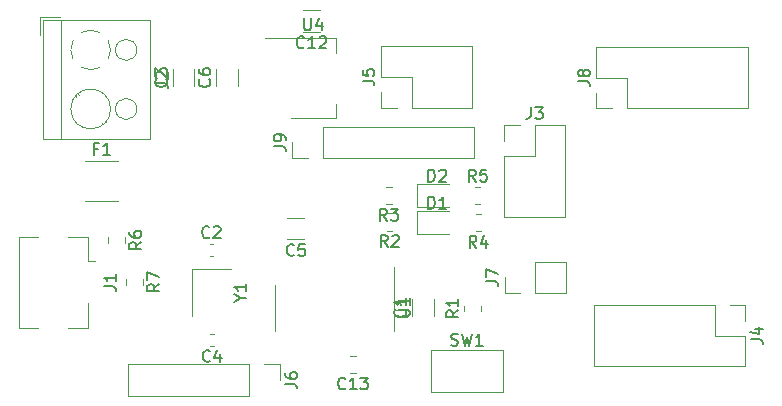
<source format=gbr>
%TF.GenerationSoftware,KiCad,Pcbnew,(5.1.7)-1*%
%TF.CreationDate,2020-11-23T17:16:41+01:00*%
%TF.ProjectId,control,636f6e74-726f-46c2-9e6b-696361645f70,rev?*%
%TF.SameCoordinates,Original*%
%TF.FileFunction,Legend,Top*%
%TF.FilePolarity,Positive*%
%FSLAX46Y46*%
G04 Gerber Fmt 4.6, Leading zero omitted, Abs format (unit mm)*
G04 Created by KiCad (PCBNEW (5.1.7)-1) date 2020-11-23 17:16:41*
%MOMM*%
%LPD*%
G01*
G04 APERTURE LIST*
%ADD10C,0.120000*%
%ADD11C,0.150000*%
G04 APERTURE END LIST*
D10*
%TO.C,U1*%
X126588200Y-93192600D02*
X126588200Y-95142600D01*
X126588200Y-93192600D02*
X126588200Y-91242600D01*
X136708200Y-93192600D02*
X136708200Y-95142600D01*
X136708200Y-93192600D02*
X136708200Y-89742600D01*
%TO.C,C1*%
X140025800Y-93903852D02*
X140025800Y-92481348D01*
X138205800Y-93903852D02*
X138205800Y-92481348D01*
%TO.C,C3*%
X117962000Y-74422052D02*
X117962000Y-72999548D01*
X119782000Y-74422052D02*
X119782000Y-72999548D01*
%TO.C,C5*%
X129082852Y-87422400D02*
X127660348Y-87422400D01*
X129082852Y-85602400D02*
X127660348Y-85602400D01*
%TO.C,C6*%
X123439600Y-74422052D02*
X123439600Y-72999548D01*
X121619600Y-74422052D02*
X121619600Y-72999548D01*
%TO.C,D1*%
X138624600Y-86964400D02*
X141309600Y-86964400D01*
X138624600Y-85044400D02*
X138624600Y-86964400D01*
X141309600Y-85044400D02*
X138624600Y-85044400D01*
%TO.C,D2*%
X141309600Y-82758400D02*
X138624600Y-82758400D01*
X138624600Y-82758400D02*
X138624600Y-84678400D01*
X138624600Y-84678400D02*
X141309600Y-84678400D01*
%TO.C,F1*%
X110526148Y-84158400D02*
X113298652Y-84158400D01*
X110526148Y-80738400D02*
X113298652Y-80738400D01*
%TO.C,J1*%
X110778400Y-89233600D02*
X111368400Y-89233600D01*
X104958400Y-94893600D02*
X106568400Y-94893600D01*
X104958400Y-87173600D02*
X104958400Y-94893600D01*
X109068400Y-87173600D02*
X110778400Y-87173600D01*
X110778400Y-87173600D02*
X110778400Y-89233600D01*
X109068400Y-94893600D02*
X110778400Y-94893600D01*
X110778400Y-94893600D02*
X110778400Y-92833600D01*
X104958400Y-87173600D02*
X106568400Y-87173600D01*
%TO.C,J2*%
X106698000Y-68574000D02*
X106698000Y-70074000D01*
X108438000Y-68574000D02*
X106698000Y-68574000D01*
X110022000Y-75194000D02*
X109929000Y-75100000D01*
X112273000Y-77444000D02*
X112214000Y-77385000D01*
X109782000Y-75364000D02*
X109724000Y-75305000D01*
X112067000Y-77649000D02*
X111974000Y-77555000D01*
X116058000Y-78934000D02*
X106938000Y-78934000D01*
X116058000Y-68814000D02*
X106938000Y-68814000D01*
X106938000Y-68814000D02*
X106938000Y-78934000D01*
X116058000Y-68814000D02*
X116058000Y-78934000D01*
X108498000Y-68814000D02*
X108498000Y-78934000D01*
X114898000Y-76374000D02*
G75*
G03*
X114898000Y-76374000I-900000J0D01*
G01*
X112678000Y-76374000D02*
G75*
G03*
X112678000Y-76374000I-1680000J0D01*
G01*
X114898000Y-71374000D02*
G75*
G03*
X114898000Y-71374000I-900000J0D01*
G01*
X109514648Y-72162712D02*
G75*
G02*
X109318000Y-71374000I1483352J788712D01*
G01*
X111787088Y-72857953D02*
G75*
G02*
X110209000Y-72858000I-789088J1483953D01*
G01*
X112481953Y-70584912D02*
G75*
G02*
X112482000Y-72163000I-1483953J-789088D01*
G01*
X110208912Y-69890047D02*
G75*
G02*
X111787000Y-69890000I789088J-1483953D01*
G01*
X109317550Y-71403383D02*
G75*
G02*
X109514000Y-70585000I1680450J29383D01*
G01*
%TO.C,J3*%
X145990000Y-77765600D02*
X147320000Y-77765600D01*
X145990000Y-79095600D02*
X145990000Y-77765600D01*
X148590000Y-77765600D02*
X151190000Y-77765600D01*
X148590000Y-80365600D02*
X148590000Y-77765600D01*
X145990000Y-80365600D02*
X148590000Y-80365600D01*
X151190000Y-77765600D02*
X151190000Y-85505600D01*
X145990000Y-80365600D02*
X145990000Y-85505600D01*
X145990000Y-85505600D02*
X151190000Y-85505600D01*
%TO.C,J4*%
X166430000Y-92954800D02*
X166430000Y-94284800D01*
X165100000Y-92954800D02*
X166430000Y-92954800D01*
X166430000Y-95554800D02*
X166430000Y-98154800D01*
X163830000Y-95554800D02*
X166430000Y-95554800D01*
X163830000Y-92954800D02*
X163830000Y-95554800D01*
X166430000Y-98154800D02*
X153610000Y-98154800D01*
X163830000Y-92954800D02*
X153610000Y-92954800D01*
X153610000Y-92954800D02*
X153610000Y-98154800D01*
%TO.C,J7*%
X146040800Y-91957200D02*
X146040800Y-90627200D01*
X147370800Y-91957200D02*
X146040800Y-91957200D01*
X148640800Y-91957200D02*
X148640800Y-89297200D01*
X148640800Y-89297200D02*
X151240800Y-89297200D01*
X148640800Y-91957200D02*
X151240800Y-91957200D01*
X151240800Y-91957200D02*
X151240800Y-89297200D01*
%TO.C,J8*%
X153813200Y-76310800D02*
X153813200Y-74980800D01*
X155143200Y-76310800D02*
X153813200Y-76310800D01*
X153813200Y-73710800D02*
X153813200Y-71110800D01*
X156413200Y-73710800D02*
X153813200Y-73710800D01*
X156413200Y-76310800D02*
X156413200Y-73710800D01*
X153813200Y-71110800D02*
X166633200Y-71110800D01*
X156413200Y-76310800D02*
X166633200Y-76310800D01*
X166633200Y-76310800D02*
X166633200Y-71110800D01*
%TO.C,R1*%
X144041800Y-93495864D02*
X144041800Y-93041736D01*
X142571800Y-93495864D02*
X142571800Y-93041736D01*
%TO.C,R2*%
X136523464Y-86688600D02*
X136069336Y-86688600D01*
X136523464Y-85218600D02*
X136069336Y-85218600D01*
%TO.C,R3*%
X136472664Y-82983400D02*
X136018536Y-82983400D01*
X136472664Y-84453400D02*
X136018536Y-84453400D01*
%TO.C,R4*%
X144041864Y-85269400D02*
X143587736Y-85269400D01*
X144041864Y-86739400D02*
X143587736Y-86739400D01*
%TO.C,R5*%
X143536936Y-82983400D02*
X143991064Y-82983400D01*
X143536936Y-84453400D02*
X143991064Y-84453400D01*
%TO.C,C12*%
X130403652Y-69845600D02*
X128981148Y-69845600D01*
X130403652Y-68025600D02*
X128981148Y-68025600D01*
%TO.C,U4*%
X131754800Y-77171600D02*
X131754800Y-75911600D01*
X131754800Y-70351600D02*
X131754800Y-71611600D01*
X127994800Y-77171600D02*
X131754800Y-77171600D01*
X125744800Y-70351600D02*
X131754800Y-70351600D01*
%TO.C,Y1*%
X119609600Y-89897200D02*
X119609600Y-93897200D01*
X122909600Y-89897200D02*
X119609600Y-89897200D01*
%TO.C,C2*%
X121068220Y-88800400D02*
X121349380Y-88800400D01*
X121068220Y-87780400D02*
X121349380Y-87780400D01*
%TO.C,C4*%
X121400180Y-96420400D02*
X121119020Y-96420400D01*
X121400180Y-95400400D02*
X121119020Y-95400400D01*
%TO.C,J5*%
X135576000Y-76260000D02*
X135576000Y-74930000D01*
X136906000Y-76260000D02*
X135576000Y-76260000D01*
X135576000Y-73660000D02*
X135576000Y-71060000D01*
X138176000Y-73660000D02*
X135576000Y-73660000D01*
X138176000Y-76260000D02*
X138176000Y-73660000D01*
X135576000Y-71060000D02*
X143316000Y-71060000D01*
X138176000Y-76260000D02*
X143316000Y-76260000D01*
X143316000Y-76260000D02*
X143316000Y-71060000D01*
%TO.C,J6*%
X127009200Y-97984000D02*
X127009200Y-99314000D01*
X125679200Y-97984000D02*
X127009200Y-97984000D01*
X124409200Y-97984000D02*
X124409200Y-100644000D01*
X124409200Y-100644000D02*
X114189200Y-100644000D01*
X124409200Y-97984000D02*
X114189200Y-97984000D01*
X114189200Y-97984000D02*
X114189200Y-100644000D01*
%TO.C,J9*%
X128057600Y-80527200D02*
X128057600Y-79197200D01*
X129387600Y-80527200D02*
X128057600Y-80527200D01*
X130657600Y-80527200D02*
X130657600Y-77867200D01*
X130657600Y-77867200D02*
X143417600Y-77867200D01*
X130657600Y-80527200D02*
X143417600Y-80527200D01*
X143417600Y-80527200D02*
X143417600Y-77867200D01*
%TO.C,R6*%
X113917400Y-87250536D02*
X113917400Y-87704664D01*
X112447400Y-87250536D02*
X112447400Y-87704664D01*
%TO.C,R7*%
X113971400Y-90806536D02*
X113971400Y-91260664D01*
X115441400Y-90806536D02*
X115441400Y-91260664D01*
%TO.C,C13*%
X133458852Y-97258200D02*
X132936348Y-97258200D01*
X133458852Y-98728200D02*
X132936348Y-98728200D01*
%TO.C,SW1*%
X139789600Y-96742000D02*
X145909600Y-96742000D01*
X145909600Y-96742000D02*
X145909600Y-100362000D01*
X145909600Y-100362000D02*
X139789600Y-100362000D01*
X139789600Y-100362000D02*
X139789600Y-96742000D01*
%TO.C,U1*%
D11*
X137000580Y-93954504D02*
X137810104Y-93954504D01*
X137905342Y-93906885D01*
X137952961Y-93859266D01*
X138000580Y-93764028D01*
X138000580Y-93573552D01*
X137952961Y-93478314D01*
X137905342Y-93430695D01*
X137810104Y-93383076D01*
X137000580Y-93383076D01*
X138000580Y-92383076D02*
X138000580Y-92954504D01*
X138000580Y-92668790D02*
X137000580Y-92668790D01*
X137143438Y-92764028D01*
X137238676Y-92859266D01*
X137286295Y-92954504D01*
%TO.C,C1*%
X137622942Y-93359266D02*
X137670561Y-93406885D01*
X137718180Y-93549742D01*
X137718180Y-93644980D01*
X137670561Y-93787838D01*
X137575323Y-93883076D01*
X137480085Y-93930695D01*
X137289609Y-93978314D01*
X137146752Y-93978314D01*
X136956276Y-93930695D01*
X136861038Y-93883076D01*
X136765800Y-93787838D01*
X136718180Y-93644980D01*
X136718180Y-93549742D01*
X136765800Y-93406885D01*
X136813419Y-93359266D01*
X137718180Y-92406885D02*
X137718180Y-92978314D01*
X137718180Y-92692600D02*
X136718180Y-92692600D01*
X136861038Y-92787838D01*
X136956276Y-92883076D01*
X137003895Y-92978314D01*
%TO.C,C3*%
X117379142Y-73877466D02*
X117426761Y-73925085D01*
X117474380Y-74067942D01*
X117474380Y-74163180D01*
X117426761Y-74306038D01*
X117331523Y-74401276D01*
X117236285Y-74448895D01*
X117045809Y-74496514D01*
X116902952Y-74496514D01*
X116712476Y-74448895D01*
X116617238Y-74401276D01*
X116522000Y-74306038D01*
X116474380Y-74163180D01*
X116474380Y-74067942D01*
X116522000Y-73925085D01*
X116569619Y-73877466D01*
X116474380Y-73544133D02*
X116474380Y-72925085D01*
X116855333Y-73258419D01*
X116855333Y-73115561D01*
X116902952Y-73020323D01*
X116950571Y-72972704D01*
X117045809Y-72925085D01*
X117283904Y-72925085D01*
X117379142Y-72972704D01*
X117426761Y-73020323D01*
X117474380Y-73115561D01*
X117474380Y-73401276D01*
X117426761Y-73496514D01*
X117379142Y-73544133D01*
%TO.C,C5*%
X128204933Y-88719542D02*
X128157314Y-88767161D01*
X128014457Y-88814780D01*
X127919219Y-88814780D01*
X127776361Y-88767161D01*
X127681123Y-88671923D01*
X127633504Y-88576685D01*
X127585885Y-88386209D01*
X127585885Y-88243352D01*
X127633504Y-88052876D01*
X127681123Y-87957638D01*
X127776361Y-87862400D01*
X127919219Y-87814780D01*
X128014457Y-87814780D01*
X128157314Y-87862400D01*
X128204933Y-87910019D01*
X129109695Y-87814780D02*
X128633504Y-87814780D01*
X128585885Y-88290971D01*
X128633504Y-88243352D01*
X128728742Y-88195733D01*
X128966838Y-88195733D01*
X129062076Y-88243352D01*
X129109695Y-88290971D01*
X129157314Y-88386209D01*
X129157314Y-88624304D01*
X129109695Y-88719542D01*
X129062076Y-88767161D01*
X128966838Y-88814780D01*
X128728742Y-88814780D01*
X128633504Y-88767161D01*
X128585885Y-88719542D01*
%TO.C,C6*%
X121036742Y-73877466D02*
X121084361Y-73925085D01*
X121131980Y-74067942D01*
X121131980Y-74163180D01*
X121084361Y-74306038D01*
X120989123Y-74401276D01*
X120893885Y-74448895D01*
X120703409Y-74496514D01*
X120560552Y-74496514D01*
X120370076Y-74448895D01*
X120274838Y-74401276D01*
X120179600Y-74306038D01*
X120131980Y-74163180D01*
X120131980Y-74067942D01*
X120179600Y-73925085D01*
X120227219Y-73877466D01*
X120131980Y-73020323D02*
X120131980Y-73210800D01*
X120179600Y-73306038D01*
X120227219Y-73353657D01*
X120370076Y-73448895D01*
X120560552Y-73496514D01*
X120941504Y-73496514D01*
X121036742Y-73448895D01*
X121084361Y-73401276D01*
X121131980Y-73306038D01*
X121131980Y-73115561D01*
X121084361Y-73020323D01*
X121036742Y-72972704D01*
X120941504Y-72925085D01*
X120703409Y-72925085D01*
X120608171Y-72972704D01*
X120560552Y-73020323D01*
X120512933Y-73115561D01*
X120512933Y-73306038D01*
X120560552Y-73401276D01*
X120608171Y-73448895D01*
X120703409Y-73496514D01*
%TO.C,D1*%
X139571504Y-84806780D02*
X139571504Y-83806780D01*
X139809600Y-83806780D01*
X139952457Y-83854400D01*
X140047695Y-83949638D01*
X140095314Y-84044876D01*
X140142933Y-84235352D01*
X140142933Y-84378209D01*
X140095314Y-84568685D01*
X140047695Y-84663923D01*
X139952457Y-84759161D01*
X139809600Y-84806780D01*
X139571504Y-84806780D01*
X141095314Y-84806780D02*
X140523885Y-84806780D01*
X140809600Y-84806780D02*
X140809600Y-83806780D01*
X140714361Y-83949638D01*
X140619123Y-84044876D01*
X140523885Y-84092495D01*
%TO.C,D2*%
X139571504Y-82520780D02*
X139571504Y-81520780D01*
X139809600Y-81520780D01*
X139952457Y-81568400D01*
X140047695Y-81663638D01*
X140095314Y-81758876D01*
X140142933Y-81949352D01*
X140142933Y-82092209D01*
X140095314Y-82282685D01*
X140047695Y-82377923D01*
X139952457Y-82473161D01*
X139809600Y-82520780D01*
X139571504Y-82520780D01*
X140523885Y-81616019D02*
X140571504Y-81568400D01*
X140666742Y-81520780D01*
X140904838Y-81520780D01*
X141000076Y-81568400D01*
X141047695Y-81616019D01*
X141095314Y-81711257D01*
X141095314Y-81806495D01*
X141047695Y-81949352D01*
X140476266Y-82520780D01*
X141095314Y-82520780D01*
%TO.C,F1*%
X111579066Y-79726971D02*
X111245733Y-79726971D01*
X111245733Y-80250780D02*
X111245733Y-79250780D01*
X111721923Y-79250780D01*
X112626685Y-80250780D02*
X112055257Y-80250780D01*
X112340971Y-80250780D02*
X112340971Y-79250780D01*
X112245733Y-79393638D01*
X112150495Y-79488876D01*
X112055257Y-79536495D01*
%TO.C,J1*%
X112120780Y-91366933D02*
X112835066Y-91366933D01*
X112977923Y-91414552D01*
X113073161Y-91509790D01*
X113120780Y-91652647D01*
X113120780Y-91747885D01*
X113120780Y-90366933D02*
X113120780Y-90938361D01*
X113120780Y-90652647D02*
X112120780Y-90652647D01*
X112263638Y-90747885D01*
X112358876Y-90843123D01*
X112406495Y-90938361D01*
%TO.C,J2*%
X116510380Y-74207333D02*
X117224666Y-74207333D01*
X117367523Y-74254952D01*
X117462761Y-74350190D01*
X117510380Y-74493047D01*
X117510380Y-74588285D01*
X116605619Y-73778761D02*
X116558000Y-73731142D01*
X116510380Y-73635904D01*
X116510380Y-73397809D01*
X116558000Y-73302571D01*
X116605619Y-73254952D01*
X116700857Y-73207333D01*
X116796095Y-73207333D01*
X116938952Y-73254952D01*
X117510380Y-73826380D01*
X117510380Y-73207333D01*
%TO.C,J3*%
X148256666Y-76217980D02*
X148256666Y-76932266D01*
X148209047Y-77075123D01*
X148113809Y-77170361D01*
X147970952Y-77217980D01*
X147875714Y-77217980D01*
X148637619Y-76217980D02*
X149256666Y-76217980D01*
X148923333Y-76598933D01*
X149066190Y-76598933D01*
X149161428Y-76646552D01*
X149209047Y-76694171D01*
X149256666Y-76789409D01*
X149256666Y-77027504D01*
X149209047Y-77122742D01*
X149161428Y-77170361D01*
X149066190Y-77217980D01*
X148780476Y-77217980D01*
X148685238Y-77170361D01*
X148637619Y-77122742D01*
%TO.C,J4*%
X166882380Y-95888133D02*
X167596666Y-95888133D01*
X167739523Y-95935752D01*
X167834761Y-96030990D01*
X167882380Y-96173847D01*
X167882380Y-96269085D01*
X167215714Y-94983371D02*
X167882380Y-94983371D01*
X166834761Y-95221466D02*
X167549047Y-95459561D01*
X167549047Y-94840514D01*
%TO.C,J7*%
X144493180Y-90960533D02*
X145207466Y-90960533D01*
X145350323Y-91008152D01*
X145445561Y-91103390D01*
X145493180Y-91246247D01*
X145493180Y-91341485D01*
X144493180Y-90579580D02*
X144493180Y-89912914D01*
X145493180Y-90341485D01*
%TO.C,J8*%
X152265580Y-74044133D02*
X152979866Y-74044133D01*
X153122723Y-74091752D01*
X153217961Y-74186990D01*
X153265580Y-74329847D01*
X153265580Y-74425085D01*
X152694152Y-73425085D02*
X152646533Y-73520323D01*
X152598914Y-73567942D01*
X152503676Y-73615561D01*
X152456057Y-73615561D01*
X152360819Y-73567942D01*
X152313200Y-73520323D01*
X152265580Y-73425085D01*
X152265580Y-73234609D01*
X152313200Y-73139371D01*
X152360819Y-73091752D01*
X152456057Y-73044133D01*
X152503676Y-73044133D01*
X152598914Y-73091752D01*
X152646533Y-73139371D01*
X152694152Y-73234609D01*
X152694152Y-73425085D01*
X152741771Y-73520323D01*
X152789390Y-73567942D01*
X152884628Y-73615561D01*
X153075104Y-73615561D01*
X153170342Y-73567942D01*
X153217961Y-73520323D01*
X153265580Y-73425085D01*
X153265580Y-73234609D01*
X153217961Y-73139371D01*
X153170342Y-73091752D01*
X153075104Y-73044133D01*
X152884628Y-73044133D01*
X152789390Y-73091752D01*
X152741771Y-73139371D01*
X152694152Y-73234609D01*
%TO.C,R1*%
X142109180Y-93435466D02*
X141632990Y-93768800D01*
X142109180Y-94006895D02*
X141109180Y-94006895D01*
X141109180Y-93625942D01*
X141156800Y-93530704D01*
X141204419Y-93483085D01*
X141299657Y-93435466D01*
X141442514Y-93435466D01*
X141537752Y-93483085D01*
X141585371Y-93530704D01*
X141632990Y-93625942D01*
X141632990Y-94006895D01*
X142109180Y-92483085D02*
X142109180Y-93054514D01*
X142109180Y-92768800D02*
X141109180Y-92768800D01*
X141252038Y-92864038D01*
X141347276Y-92959276D01*
X141394895Y-93054514D01*
%TO.C,R2*%
X136129733Y-88055980D02*
X135796400Y-87579790D01*
X135558304Y-88055980D02*
X135558304Y-87055980D01*
X135939257Y-87055980D01*
X136034495Y-87103600D01*
X136082114Y-87151219D01*
X136129733Y-87246457D01*
X136129733Y-87389314D01*
X136082114Y-87484552D01*
X136034495Y-87532171D01*
X135939257Y-87579790D01*
X135558304Y-87579790D01*
X136510685Y-87151219D02*
X136558304Y-87103600D01*
X136653542Y-87055980D01*
X136891638Y-87055980D01*
X136986876Y-87103600D01*
X137034495Y-87151219D01*
X137082114Y-87246457D01*
X137082114Y-87341695D01*
X137034495Y-87484552D01*
X136463066Y-88055980D01*
X137082114Y-88055980D01*
%TO.C,R3*%
X136078933Y-85820780D02*
X135745600Y-85344590D01*
X135507504Y-85820780D02*
X135507504Y-84820780D01*
X135888457Y-84820780D01*
X135983695Y-84868400D01*
X136031314Y-84916019D01*
X136078933Y-85011257D01*
X136078933Y-85154114D01*
X136031314Y-85249352D01*
X135983695Y-85296971D01*
X135888457Y-85344590D01*
X135507504Y-85344590D01*
X136412266Y-84820780D02*
X137031314Y-84820780D01*
X136697980Y-85201733D01*
X136840838Y-85201733D01*
X136936076Y-85249352D01*
X136983695Y-85296971D01*
X137031314Y-85392209D01*
X137031314Y-85630304D01*
X136983695Y-85725542D01*
X136936076Y-85773161D01*
X136840838Y-85820780D01*
X136555123Y-85820780D01*
X136459885Y-85773161D01*
X136412266Y-85725542D01*
%TO.C,R4*%
X143648133Y-88106780D02*
X143314800Y-87630590D01*
X143076704Y-88106780D02*
X143076704Y-87106780D01*
X143457657Y-87106780D01*
X143552895Y-87154400D01*
X143600514Y-87202019D01*
X143648133Y-87297257D01*
X143648133Y-87440114D01*
X143600514Y-87535352D01*
X143552895Y-87582971D01*
X143457657Y-87630590D01*
X143076704Y-87630590D01*
X144505276Y-87440114D02*
X144505276Y-88106780D01*
X144267180Y-87059161D02*
X144029085Y-87773447D01*
X144648133Y-87773447D01*
%TO.C,R5*%
X143597333Y-82520780D02*
X143264000Y-82044590D01*
X143025904Y-82520780D02*
X143025904Y-81520780D01*
X143406857Y-81520780D01*
X143502095Y-81568400D01*
X143549714Y-81616019D01*
X143597333Y-81711257D01*
X143597333Y-81854114D01*
X143549714Y-81949352D01*
X143502095Y-81996971D01*
X143406857Y-82044590D01*
X143025904Y-82044590D01*
X144502095Y-81520780D02*
X144025904Y-81520780D01*
X143978285Y-81996971D01*
X144025904Y-81949352D01*
X144121142Y-81901733D01*
X144359238Y-81901733D01*
X144454476Y-81949352D01*
X144502095Y-81996971D01*
X144549714Y-82092209D01*
X144549714Y-82330304D01*
X144502095Y-82425542D01*
X144454476Y-82473161D01*
X144359238Y-82520780D01*
X144121142Y-82520780D01*
X144025904Y-82473161D01*
X143978285Y-82425542D01*
%TO.C,C12*%
X129049542Y-71142742D02*
X129001923Y-71190361D01*
X128859066Y-71237980D01*
X128763828Y-71237980D01*
X128620971Y-71190361D01*
X128525733Y-71095123D01*
X128478114Y-70999885D01*
X128430495Y-70809409D01*
X128430495Y-70666552D01*
X128478114Y-70476076D01*
X128525733Y-70380838D01*
X128620971Y-70285600D01*
X128763828Y-70237980D01*
X128859066Y-70237980D01*
X129001923Y-70285600D01*
X129049542Y-70333219D01*
X130001923Y-71237980D02*
X129430495Y-71237980D01*
X129716209Y-71237980D02*
X129716209Y-70237980D01*
X129620971Y-70380838D01*
X129525733Y-70476076D01*
X129430495Y-70523695D01*
X130382876Y-70333219D02*
X130430495Y-70285600D01*
X130525733Y-70237980D01*
X130763828Y-70237980D01*
X130859066Y-70285600D01*
X130906685Y-70333219D01*
X130954304Y-70428457D01*
X130954304Y-70523695D01*
X130906685Y-70666552D01*
X130335257Y-71237980D01*
X130954304Y-71237980D01*
%TO.C,U4*%
X129082895Y-68713980D02*
X129082895Y-69523504D01*
X129130514Y-69618742D01*
X129178133Y-69666361D01*
X129273371Y-69713980D01*
X129463847Y-69713980D01*
X129559085Y-69666361D01*
X129606704Y-69618742D01*
X129654323Y-69523504D01*
X129654323Y-68713980D01*
X130559085Y-69047314D02*
X130559085Y-69713980D01*
X130320990Y-68666361D02*
X130082895Y-69380647D01*
X130701942Y-69380647D01*
%TO.C,Y1*%
X123685790Y-92373390D02*
X124161980Y-92373390D01*
X123161980Y-92706723D02*
X123685790Y-92373390D01*
X123161980Y-92040057D01*
X124161980Y-91182914D02*
X124161980Y-91754342D01*
X124161980Y-91468628D02*
X123161980Y-91468628D01*
X123304838Y-91563866D01*
X123400076Y-91659104D01*
X123447695Y-91754342D01*
%TO.C,C2*%
X121042133Y-87217542D02*
X120994514Y-87265161D01*
X120851657Y-87312780D01*
X120756419Y-87312780D01*
X120613561Y-87265161D01*
X120518323Y-87169923D01*
X120470704Y-87074685D01*
X120423085Y-86884209D01*
X120423085Y-86741352D01*
X120470704Y-86550876D01*
X120518323Y-86455638D01*
X120613561Y-86360400D01*
X120756419Y-86312780D01*
X120851657Y-86312780D01*
X120994514Y-86360400D01*
X121042133Y-86408019D01*
X121423085Y-86408019D02*
X121470704Y-86360400D01*
X121565942Y-86312780D01*
X121804038Y-86312780D01*
X121899276Y-86360400D01*
X121946895Y-86408019D01*
X121994514Y-86503257D01*
X121994514Y-86598495D01*
X121946895Y-86741352D01*
X121375466Y-87312780D01*
X121994514Y-87312780D01*
%TO.C,C4*%
X121092933Y-97697542D02*
X121045314Y-97745161D01*
X120902457Y-97792780D01*
X120807219Y-97792780D01*
X120664361Y-97745161D01*
X120569123Y-97649923D01*
X120521504Y-97554685D01*
X120473885Y-97364209D01*
X120473885Y-97221352D01*
X120521504Y-97030876D01*
X120569123Y-96935638D01*
X120664361Y-96840400D01*
X120807219Y-96792780D01*
X120902457Y-96792780D01*
X121045314Y-96840400D01*
X121092933Y-96888019D01*
X121950076Y-97126114D02*
X121950076Y-97792780D01*
X121711980Y-96745161D02*
X121473885Y-97459447D01*
X122092933Y-97459447D01*
%TO.C,J5*%
X134028380Y-73993333D02*
X134742666Y-73993333D01*
X134885523Y-74040952D01*
X134980761Y-74136190D01*
X135028380Y-74279047D01*
X135028380Y-74374285D01*
X134028380Y-73040952D02*
X134028380Y-73517142D01*
X134504571Y-73564761D01*
X134456952Y-73517142D01*
X134409333Y-73421904D01*
X134409333Y-73183809D01*
X134456952Y-73088571D01*
X134504571Y-73040952D01*
X134599809Y-72993333D01*
X134837904Y-72993333D01*
X134933142Y-73040952D01*
X134980761Y-73088571D01*
X135028380Y-73183809D01*
X135028380Y-73421904D01*
X134980761Y-73517142D01*
X134933142Y-73564761D01*
%TO.C,J6*%
X127461580Y-99647333D02*
X128175866Y-99647333D01*
X128318723Y-99694952D01*
X128413961Y-99790190D01*
X128461580Y-99933047D01*
X128461580Y-100028285D01*
X127461580Y-98742571D02*
X127461580Y-98933047D01*
X127509200Y-99028285D01*
X127556819Y-99075904D01*
X127699676Y-99171142D01*
X127890152Y-99218761D01*
X128271104Y-99218761D01*
X128366342Y-99171142D01*
X128413961Y-99123523D01*
X128461580Y-99028285D01*
X128461580Y-98837809D01*
X128413961Y-98742571D01*
X128366342Y-98694952D01*
X128271104Y-98647333D01*
X128033009Y-98647333D01*
X127937771Y-98694952D01*
X127890152Y-98742571D01*
X127842533Y-98837809D01*
X127842533Y-99028285D01*
X127890152Y-99123523D01*
X127937771Y-99171142D01*
X128033009Y-99218761D01*
%TO.C,J9*%
X126509980Y-79530533D02*
X127224266Y-79530533D01*
X127367123Y-79578152D01*
X127462361Y-79673390D01*
X127509980Y-79816247D01*
X127509980Y-79911485D01*
X127509980Y-79006723D02*
X127509980Y-78816247D01*
X127462361Y-78721009D01*
X127414742Y-78673390D01*
X127271885Y-78578152D01*
X127081409Y-78530533D01*
X126700457Y-78530533D01*
X126605219Y-78578152D01*
X126557600Y-78625771D01*
X126509980Y-78721009D01*
X126509980Y-78911485D01*
X126557600Y-79006723D01*
X126605219Y-79054342D01*
X126700457Y-79101961D01*
X126938552Y-79101961D01*
X127033790Y-79054342D01*
X127081409Y-79006723D01*
X127129028Y-78911485D01*
X127129028Y-78721009D01*
X127081409Y-78625771D01*
X127033790Y-78578152D01*
X126938552Y-78530533D01*
%TO.C,R6*%
X115284780Y-87644266D02*
X114808590Y-87977600D01*
X115284780Y-88215695D02*
X114284780Y-88215695D01*
X114284780Y-87834742D01*
X114332400Y-87739504D01*
X114380019Y-87691885D01*
X114475257Y-87644266D01*
X114618114Y-87644266D01*
X114713352Y-87691885D01*
X114760971Y-87739504D01*
X114808590Y-87834742D01*
X114808590Y-88215695D01*
X114284780Y-86787123D02*
X114284780Y-86977600D01*
X114332400Y-87072838D01*
X114380019Y-87120457D01*
X114522876Y-87215695D01*
X114713352Y-87263314D01*
X115094304Y-87263314D01*
X115189542Y-87215695D01*
X115237161Y-87168076D01*
X115284780Y-87072838D01*
X115284780Y-86882361D01*
X115237161Y-86787123D01*
X115189542Y-86739504D01*
X115094304Y-86691885D01*
X114856209Y-86691885D01*
X114760971Y-86739504D01*
X114713352Y-86787123D01*
X114665733Y-86882361D01*
X114665733Y-87072838D01*
X114713352Y-87168076D01*
X114760971Y-87215695D01*
X114856209Y-87263314D01*
%TO.C,R7*%
X116808780Y-91200266D02*
X116332590Y-91533600D01*
X116808780Y-91771695D02*
X115808780Y-91771695D01*
X115808780Y-91390742D01*
X115856400Y-91295504D01*
X115904019Y-91247885D01*
X115999257Y-91200266D01*
X116142114Y-91200266D01*
X116237352Y-91247885D01*
X116284971Y-91295504D01*
X116332590Y-91390742D01*
X116332590Y-91771695D01*
X115808780Y-90866933D02*
X115808780Y-90200266D01*
X116808780Y-90628838D01*
%TO.C,C13*%
X132554742Y-100030342D02*
X132507123Y-100077961D01*
X132364266Y-100125580D01*
X132269028Y-100125580D01*
X132126171Y-100077961D01*
X132030933Y-99982723D01*
X131983314Y-99887485D01*
X131935695Y-99697009D01*
X131935695Y-99554152D01*
X131983314Y-99363676D01*
X132030933Y-99268438D01*
X132126171Y-99173200D01*
X132269028Y-99125580D01*
X132364266Y-99125580D01*
X132507123Y-99173200D01*
X132554742Y-99220819D01*
X133507123Y-100125580D02*
X132935695Y-100125580D01*
X133221409Y-100125580D02*
X133221409Y-99125580D01*
X133126171Y-99268438D01*
X133030933Y-99363676D01*
X132935695Y-99411295D01*
X133840457Y-99125580D02*
X134459504Y-99125580D01*
X134126171Y-99506533D01*
X134269028Y-99506533D01*
X134364266Y-99554152D01*
X134411885Y-99601771D01*
X134459504Y-99697009D01*
X134459504Y-99935104D01*
X134411885Y-100030342D01*
X134364266Y-100077961D01*
X134269028Y-100125580D01*
X133983314Y-100125580D01*
X133888076Y-100077961D01*
X133840457Y-100030342D01*
%TO.C,SW1*%
X141516266Y-96356761D02*
X141659123Y-96404380D01*
X141897219Y-96404380D01*
X141992457Y-96356761D01*
X142040076Y-96309142D01*
X142087695Y-96213904D01*
X142087695Y-96118666D01*
X142040076Y-96023428D01*
X141992457Y-95975809D01*
X141897219Y-95928190D01*
X141706742Y-95880571D01*
X141611504Y-95832952D01*
X141563885Y-95785333D01*
X141516266Y-95690095D01*
X141516266Y-95594857D01*
X141563885Y-95499619D01*
X141611504Y-95452000D01*
X141706742Y-95404380D01*
X141944838Y-95404380D01*
X142087695Y-95452000D01*
X142421028Y-95404380D02*
X142659123Y-96404380D01*
X142849600Y-95690095D01*
X143040076Y-96404380D01*
X143278171Y-95404380D01*
X144182933Y-96404380D02*
X143611504Y-96404380D01*
X143897219Y-96404380D02*
X143897219Y-95404380D01*
X143801980Y-95547238D01*
X143706742Y-95642476D01*
X143611504Y-95690095D01*
%TD*%
M02*

</source>
